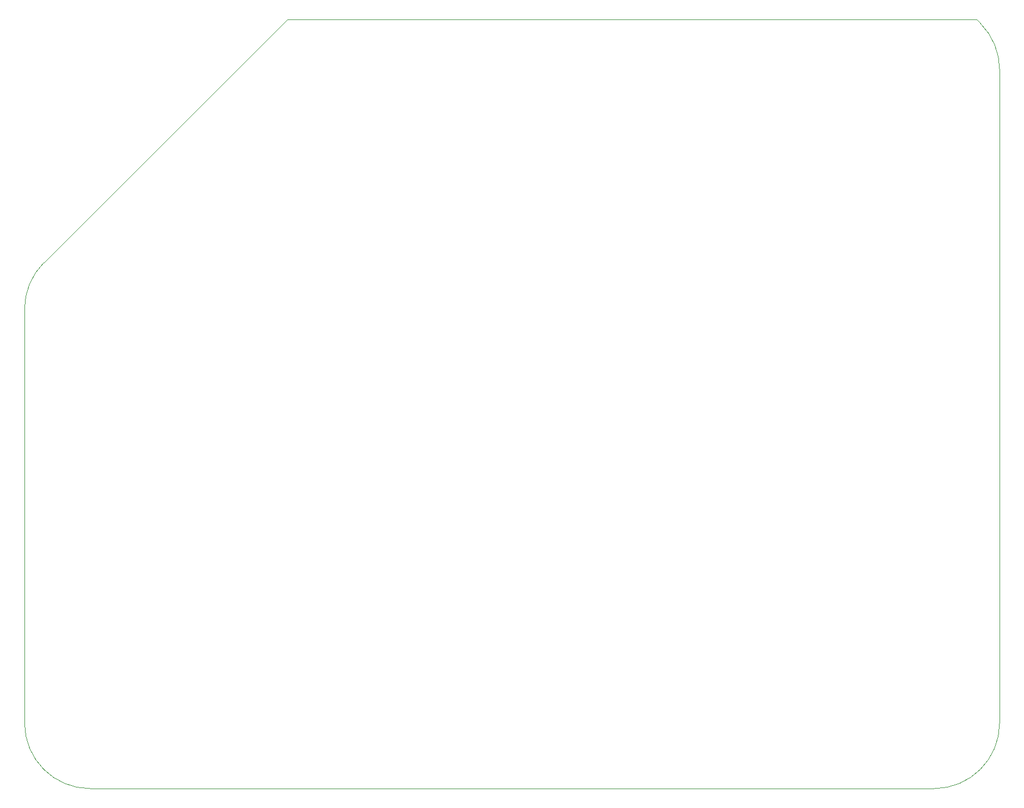
<source format=gbr>
%TF.GenerationSoftware,KiCad,Pcbnew,8.0.3*%
%TF.CreationDate,2024-07-16T18:34:57+05:30*%
%TF.ProjectId,new kicad,6e657720-6b69-4636-9164-2e6b69636164,rev?*%
%TF.SameCoordinates,Original*%
%TF.FileFunction,Profile,NP*%
%FSLAX46Y46*%
G04 Gerber Fmt 4.6, Leading zero omitted, Abs format (unit mm)*
G04 Created by KiCad (PCBNEW 8.0.3) date 2024-07-16 18:34:57*
%MOMM*%
%LPD*%
G01*
G04 APERTURE LIST*
%TA.AperFunction,Profile*%
%ADD10C,0.050000*%
%TD*%
G04 APERTURE END LIST*
D10*
X110000000Y-36000000D02*
X212375000Y-36000000D01*
X70000000Y-143250000D02*
X70000000Y-80142070D01*
X215000000Y-36000000D02*
X213750000Y-36000000D01*
X80000000Y-153250000D02*
X208500000Y-153250000D01*
X70000000Y-80142070D02*
G75*
G02*
X72928885Y-73071115I9999840J0D01*
G01*
X72928885Y-73071115D02*
X110000000Y-36000000D01*
X218500000Y-143250000D02*
G75*
G02*
X208500000Y-153250000I-10000000J0D01*
G01*
X218500000Y-143250000D02*
X218500000Y-43624312D01*
X213750000Y-36000000D02*
X212375000Y-36000000D01*
X80000000Y-153250000D02*
G75*
G02*
X70000000Y-143250000I0J10000000D01*
G01*
X215571050Y-36571050D02*
X215000000Y-36000000D01*
X215571050Y-36571050D02*
G75*
G02*
X218500041Y-43624312I-7071250J-7071250D01*
G01*
M02*

</source>
